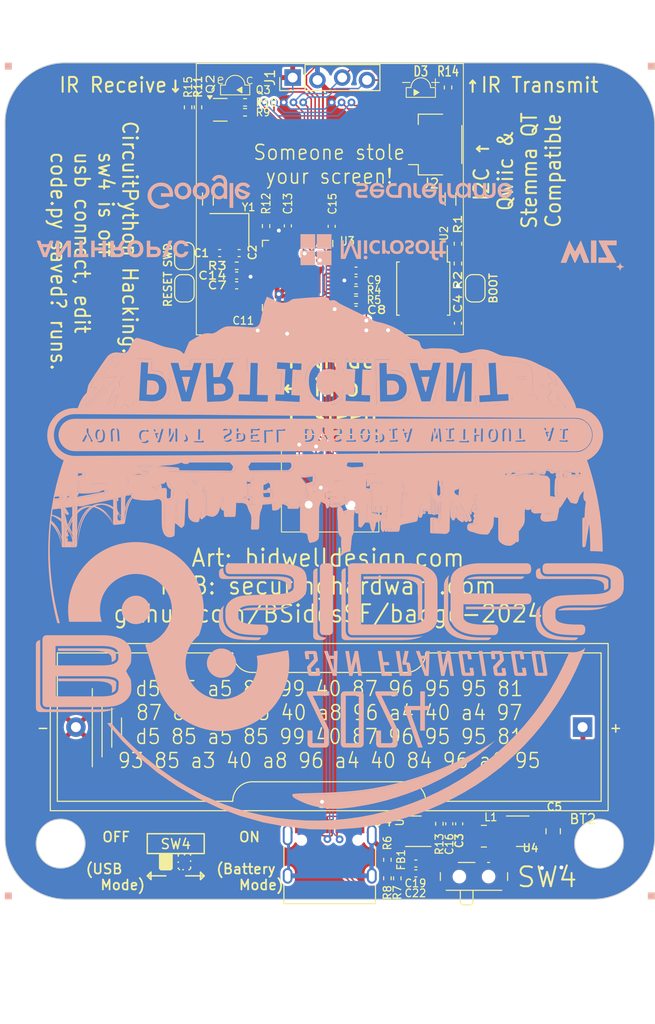
<source format=kicad_pcb>
(kicad_pcb (version 20240108) (generator "pcbnew") (generator_version "8.0")
  (title_block (title "BSidesSF 2024 Badge") (date "2024-03-06") (rev "1.0") (comment 1 "Joe FitzPatrick") (comment 2 "joefitz@securinghw.com"))
  (layers (0 "F.Cu" signal) (31 "B.Cu" signal) (34 "B.Paste" user) (35 "F.Paste" user) (36 "B.SilkS" user "B.Silkscreen") (37 "F.SilkS" user "F.Silkscreen") (38 "B.Mask" user) (39 "F.Mask" user) (44 "Edge.Cuts" user))
  (net 0 "")
  (net 1 "GND")
  (net 2 "Net-(C1-Pad1)")
  (net 3 "/XIN")
  (net 4 "+3V3")
  (net 5 "+1V1")
  (net 6 "/VBUS")
  (net 7 "/GPIO0{slash}TX")
  (net 8 "/GPIO1{slash}RX")
  (net 9 "/SHIELD")
  (net 10 "/~{USB_BOOT}")
  (net 11 "Net-(J4-CC1)")
  (net 12 "/USB_D-")
  (net 13 "/USB_D+")
  (net 15 "Net-(J4-CC2)")
  (net 17 "Net-(U4-SW)")
  (net 18 "/QSPI_SS")
  (net 19 "/XOUT")
  (net 20 "Net-(U3-USB_DP)")
  (net 21 "Net-(U3-USB_DM)")
  (net 22 "/GPIO2{slash}SD")
  (net 23 "/GPIO3{slash}L")
  (net 24 "/GPIO28_ADC2{slash}D")
  (net 25 "/GPIO4{slash}R")
  (net 26 "/GPIO29_ADC3{slash}X")
  (net 27 "/QSPI_SD1")
  (net 28 "/QSPI_SD2")
  (net 29 "/QSPI_SD0")
  (net 30 "/QSPI_SCLK")
  (net 31 "/QSPI_SD3")
  (net 32 "/GPIO5")
  (net 33 "/GPIO6{slash}SDA")
  (net 34 "/GPIO7{slash}SCL")
  (net 35 "/GPIO8")
  (net 36 "+VSW")
  (net 37 "/GPIO13")
  (net 38 "/GPIO14")
  (net 39 "/GPIO15")
  (net 40 "/SWCLK")
  (net 41 "/SWD")
  (net 42 "/RUN")
  (net 43 "/GPIO16")
  (net 44 "/GPIO17")
  (net 45 "/GPIO18")
  (net 46 "/GPIO19")
  (net 47 "/GPIO20")
  (net 48 "/GPIO21")
  (net 49 "/GPIO22")
  (net 50 "/GPIO23")
  (net 51 "/GPIO24")
  (net 52 "/GPIO25")
  (net 53 "/VUSB")
  (net 54 "/GPIO27_ADC1{slash}U")
  (net 55 "Net-(Q2A-B1)")
  (net 57 "Net-(D1-DIN)")
  (net 58 "Net-(Q2A-C1)")
  (net 59 "Net-(D3-A)")
  (net 60 "/GPIO26_ADC0{slash}USB_DET")
  (net 61 "/GPIO11{slash}NEO_PWR")
  (net 62 "/GPIO12{slash}NEOPIX")
  (net 63 "/VBATT")
  (net 64 "/VREG")
  (net 65 "Net-(D1-DOUT)")
  (footprint "ir:IR12-21C-TR8" (layer "F.Cu") (at 68.072 28.448)
    (property "Reference" "D3")
    (property "Value" "IR12-21C/TR8" (hide yes))
  )
  (footprint "dpad:10x10x10x9-6P-WX" (layer "F.Cu") (at 58.77 68.48)
    (property "Reference" "SW1")
    (property "Value" "dpad")
  )
  (footprint "Capacitor_SMD:C_0402_1005Metric" (layer "F.Cu") (at 47.43 44.906 180)
    (property "Reference" "C1")
    (property "Value" "22p" (hide yes))
  )
  (footprint "Resistor_SMD:R_0402_1005Metric" (layer "F.Cu") (at 65.659 108.966 -90)
    (property "Reference" "R7")
    (property "Value" "5k1" (hide yes))
  )
  (footprint "Capacitor_SMD:C_0402_1005Metric" (layer "F.Cu") (at 52.197 51.816 180)
    (property "Reference" "C11")
    (property "Value" "100n" (hide yes))
  )
  (footprint "Resistor_SMD:R_0402_1005Metric" (layer "F.Cu") (at 71.882 45.974 90)
    (property "Reference" "R2")
    (property "Value" "DNP" (hide yes))
  )
  (footprint "Inductor_SMD:L_0402_1005Metric" (layer "F.Cu") (at 67.564 106.426 180)
    (property "Reference" "FB1")
    (property "Value" "600R" (hide yes))
  )
  (footprint "Battery:BatteryHolder_Keystone_2460_1xAA" (layer "F.Cu") (at 84.674 93.472 180)
    (property "Reference" "BT2")
    (property "Value" "AA")
  )
  (footprint "Resistor_SMD:R_0402_1005Metric" (layer "F.Cu") (at 44.196 29.972 -90)
    (property "Reference" "R15")
    (property "Value" "DNP" (hide yes))
  )
  (footprint "logos:OSHW-Logo2_14.6x12mm_SolderMask" (layer "F.Cu") (at 79.248 66.04)
    (property "Reference" "OSHW" (hide yes))
    (property "Value" "OSHW-Logo2_14.6x12mm_SolderMask" (hide yes))
  )
  (footprint "Connector_JST:JST_SH_SM04B-SRSS-TB_1x04-1MP_P1.00mm_Horizontal" (layer "F.Cu") (at 69.596 33.782 90)
    (property "Reference" "J2")
    (property "Value" "qwiic" (hide yes))
  )
  (footprint "ws2812b:LED_WS2812B_PLCC4_1.0x1.0mm" (layer "F.Cu") (at 46.228 39.37 -90)
    (property "Reference" "D1" (hide yes))
    (property "Value" "WS2812B" (hide yes))
  )
  (footprint "Resistor_SMD:R_0402_1005Metric" (layer "F.Cu") (at 61.43 48.706)
    (property "Reference" "R4")
    (property "Value" "27" (hide yes))
  )
  (footprint "Resistor_SMD:R_0402_1005Metric" (layer "F.Cu") (at 64.643 107.061 90)
    (property "Reference" "R6")
    (property "Value" "1M" (hide yes))
  )
  (footprint "Resistor_SMD:R_0402_1005Metric" (layer "F.Cu") (at 71.882 43.942 90)
    (property "Reference" "R1")
    (property "Value" "1k" (hide yes))
  )
  (footprint "Resistor_SMD:R_0402_1005Metric" (layer "F.Cu") (at 49.18 46.206 180)
    (property "Reference" "R3")
    (property "Value" "1k" (hide yes))
  )
  (footprint "Resistor_SMD:R_0402_1005Metric" (layer "F.Cu") (at 61.43 49.706 180)
    (property "Reference" "R5")
    (property "Value" "27" (hide yes))
  )
  (footprint "Capacitor_SMD:C_0402_1005Metric" (layer "F.Cu") (at 72.009 103.378 90)
    (property "Reference" "C3")
    (property "Value" "10u" (hide yes))
  )
  (footprint "Capacitor_SMD:C_0402_1005Metric" (layer "F.Cu") (at 67.564 107.442 180)
    (property "Reference" "C19")
    (property "Value" "100n" (hide yes))
  )
  (footprint "Resistor_SMD:R_0402_1005Metric" (layer "F.Cu") (at 50.038 29.464 180)
    (property "Reference" "R10")
    (property "Value" "200k" (hide yes))
  )
  (footprint "Package_TO_SOT_SMD:SOT-363_SC-70-6" (layer "F.Cu") (at 47.498 30.226)
    (property "Reference" "Q2")
    (property "Value" "BC847BS" (hide yes))
  )
  (footprint "Resistor_SMD:R_0402_1005Metric" (layer "F.Cu") (at 45.212 29.972 -90)
    (property "Reference" "R11")
    (property "Value" "1k" (hide yes))
  )
  (footprint "Button_Switch_SMD:SW_SPDT_PCM12" (layer "F.Cu") (at 73.5275 108.458)
    (property "Reference" "SW4")
    (property "Value" "SW_SPDT" (hide yes))
  )
  (footprint "Jumper:SolderJumper-2_P1.3mm_Open_RoundedPad1.0x1.5mm" (layer "F.Cu") (at 43.815 45.212 90)
    (property "Reference" "J3" (hide yes))
    (property "Value" "SWD")
  )
  (footprint "Package_DFN_QFN:QFN-56-1EP_7x7mm_P0.4mm_EP3.2x3.2mm" (layer "F.Cu") (at 55.43 47.206 -90)
    (property "Reference" "U3")
    (property "Value" "RP2040" (hide yes))
  )
  (footprint "ir:PT12-21B-TR8" (layer "F.Cu") (at 49.022 28.194)
    (property "Reference" "Q3")
    (property "Value" "PT12-21B/TR8" (hide yes))
  )
  (footprint "ws2812b:LED_WS2812B_PLCC4_1.0x1.0mm" (layer "F.Cu") (at 71.12 39.37 90)
    (property "Reference" "D2" (hide yes))
    (property "Value" "WS2812B" (hide yes))
  )
  (footprint "Capacitor_SMD:C_0402_1005Metric" (layer "F.Cu") (at 49.18 47.206 180)
    (property "Reference" "C14")
    (property "Value" "100n" (hide yes))
  )
  (footprint "Capacitor_SMD:C_0402_1005Metric" (layer "F.Cu") (at 61.43 47.706)
    (property "Reference" "C9")
    (property "Value" "100n" (hide yes))
  )
  (footprint "Capacitor_SMD:C_0402_1005Metric" (layer "F.Cu") (at 70.993 103.378 90)
    (property "Reference" "C16")
    (property "Value" "10u" (hide yes))
  )
  (footprint "usbc:USB_C_Receptacle_HRO_TYPE-C-31-M-12" (layer "F.Cu") (at 58.725 107.662)
    (property "Reference" "J4")
    (property "Value" "USB_C_Receptacle_USB2.0" (hide yes))
  )
  (footprint "Capacitor_SMD:C_0402_1005Metric" (layer "F.Cu") (at 49.43 44.906 180)
    (property "Reference" "C2")
    (property "Value" "22p" (hide yes))
  )
  (footprint "Resistor_SMD:R_0402_1005Metric" (layer "F.Cu") (at 52.197 42.1386 90)
    (property "Reference" "R12")
    (property "Value" "220" (hide yes))
  )
  (footprint "Resistor_SMD:R_0402_1005Metric" (layer "F.Cu") (at 64.643 108.964 90)
    (property "Reference" "R8")
    (property "Value" "5k1" (hide yes))
  )
  (footprint "Crystal:Crystal_SMD_3225-4Pin_3.2x2.5mm" (layer "F.Cu") (at 48.43 42.506 180)
    (property "Reference" "Y1")
    (property "Value" "YSX321SL" (hide yes))
  )
  (footprint "Connector_PinHeader_2.54mm:PinHeader_1x04_P2.54mm_Vertical" (layer "F.Cu") (at 58.7375 26.924)
    (property "Reference" "J1")
    (property "Value" "OLED")
  )
  (footprint "logos:SH-logo-mask" (layer "F.Cu") (at 30.804761 60.137589)
    (property "Reference" "SH-Logo" (hide yes))
    (property "Value" "SH-logo-mask")
  )
  (footprint "Package_TO_SOT_SMD:SOT-23" (layer "F.Cu") (at 78.529 104.14)
    (property "Reference" "U4")
    (property "Value" "XT1861B332MR-G" (hide yes))
  )
  (footprint "Package_TO_SOT_SMD:SOT-23-3" (layer "F.Cu") (at 67.31 104.14 180)
    (property "Reference" "U1")
    (property "Value" "HE6206-33NR" (hide yes))
  )
  (footprint "Capacitor_SMD:C_0402_1005Metric" (layer "F.Cu") (at 59.3 52.29 -90)
    (property "Reference" "C10")
    (property "Value" "10u" (hide yes))
  )
  (footprint "Capacitor_SMD:C_0402_1005Metric" (layer "F.Cu") (at 71.882 52.098 90)
    (property "Reference" "C4")
    (property "Value" "100n" (hide yes))
  )
  (footprint "Capacitor_SMD:C_0402_1005Metric" (layer "F.Cu") (at 54.4322 42.1158 90)
    (property "Reference" "C13")
    (property "Value" "100n" (hide yes))
  )
  (footprint "Capacitor_SMD:C_0402_1005Metric" (layer "F.Cu") (at 67.564 108.458 180)
    (property "Reference" "C22")
    (property "Value" "10u" (hide yes))
  )
  (footprint "Jumper:SolderJumper-2_P1.3mm_Open_RoundedPad1.0x1.5mm" (layer "F.Cu") (at 73.66 48.514 -90)
    (property "Reference" "SW2" (hide yes))
    (property "Value" "USB_BOOT" (hide yes))
  )
  (footprint "Resistor_SMD:R_0402_1005Metric" (layer "F.Cu") (at 69.977 103.378 -90)
    (property "Reference" "R13")
    (property "Value" "1k")
  )
  (footprint "Capacitor_SMD:C_0402_1005Metric" (layer "F.Cu") (at 49.18 48.206 180)
    (property "Reference" "C7")
    (property "Value" "100n" (hide yes))
  )
  (footprint "Package_SO:SOIC-8_5.23x5.23mm_P1.27mm" (layer "F.Cu") (at 68.326 48.542 -90)
    (property "Reference" "U2")
    (property "Value" "W25Q128JVS" (hide yes))
  )
  (footprint "Jumper:SolderJumper-2_P1.3mm_Open_RoundedPad1.0x1.5mm" (layer "F.Cu") (at 43.815 48.514 -90)
    (property "Reference" "SW3" (hide yes))
    (property "Value" "RESET")
  )
  (footprint "Capacitor_SMD:C_0805_2012Metric" (layer "F.Cu") (at 81.6555 104.14 90)
    (property "Reference" "C5")
    (property "Value" "47u" (hide yes))
  )
  (footprint "Capacitor_SMD:C_0402_1005Metric" (layer "F.Cu") (at 58.3 52.3 -90)
    (property "Reference" "C12")
    (property "Value" "100n" (hide yes))
  )
  (footprint "Resistor_SMD:R_0402_1005Metric" (layer "F.Cu") (at 50.038 30.48 180)
    (property "Reference" "R9")
    (property "Value" "200k" (hide yes))
  )
  (footprint "Inductor_SMD:L_1008_2520Metric" (layer "F.Cu") (at 74.5435 104.648)
    (property "Reference" "L1")
    (property "Value" "10u" (hide yes))
  )
  (footprint "Capacitor_SMD:C_0402_1005Metric" (layer "F.Cu") (at 61.43 46.706)
    (property "Reference" "C6" (hide yes))
    (property "Value" "100n" (hide yes))
  )
  (footprint "Capacitor_SMD:C_0402_1005Metric" (layer "F.Cu") (at 61.43 50.706)
    (property "Reference" "C8")
    (property "Value" "10u" (hide yes))
  )
  (footprint "Resistor_SMD:R_0402_1005Metric" (layer "F.Cu") (at 70.866 27.94 -90)
    (property "Reference" "R14")
    (property "Value" "220" (hide yes))
  )
  (footprint "Capacitor_SMD:C_0402_1005Metric" (layer "F.Cu") (at 58.928 42.164 90)
    (property "Reference" "C15")
    (property "Value" "100n" (hide yes))
  )
  (footprint "bsidessf:black-silk" (layer "B.Cu") (at 25.4 111.125)
    (property "Reference" "black-silk" (hide yes))
    (property "Value" "black-silk" (hide yes))
  )
  (footprint "bsidessf:red-silk" (layer "B.Cu") (at 25.4 111.125)
    (property "Reference" "red-silk" (hide yes))
    (property "Value" "red-silk" (hide yes))
  )
  (gr_line (start 40.005 108.712) (end 40.386 109.093) (stroke (width 0.15)) (layer "F.SilkS"))
  (gr_poly (pts (xy 44.45 106.553) (xy 44.45 107.95) (xy 44.323 108.077) (xy 43.307 108.077) (xy 43.18 107.95) (xy 43.18 106.553)) (stroke (width 0.15) (type dot)) (fill none) (layer "F.SilkS"))
  (gr_line (start 40.386 108.331) (end 40.005 108.712) (stroke (width 0.15)) (layer "F.SilkS"))
  (gr_line (start 45.847 108.712) (end 45.466 108.331) (stroke (width 0.15)) (layer "F.SilkS"))
  (gr_rect (start 40.005 104.394) (end 45.847 106.426) (stroke (width 0.15)) (fill none) (layer "F.SilkS"))
  (gr_line (start 43.942 108.712) (end 45.847 108.712) (stroke (width 0.15)) (layer "F.SilkS"))
  (gr_line (start 45.466 109.093) (end 45.847 108.712) (stroke (width 0.15)) (layer "F.SilkS"))
  (gr_line (start 41.91 108.712) (end 40.005 108.712) (stroke (width 0.15)) (layer "F.SilkS"))
  (gr_line (start 40.386 109.093) (end 40.386 108.331) (stroke (width 0.15)) (layer "F.SilkS"))
  (gr_poly (pts (xy 42.545 106.553) (xy 42.545 107.95) (xy 42.418 108.077) (xy 41.402 108.077) (xy 41.275 107.95) (xy 41.275 106.553)) (stroke (width 0.15)) (fill solid) (layer "F.SilkS"))
  (gr_line (start 45.466 108.331) (end 45.466 109.093) (stroke (width 0.15)) (layer "F.SilkS"))
  (gr_line (start 40.005 108.712) (end 40.386 108.331) (stroke (width 0.15)) (layer "F.SilkS"))
  (gr_line (start 45.847 108.712) (end 45.466 109.093) (stroke (width 0.15)) (layer "F.SilkS"))
  (gr_line (start 85.725 25.4) (end 31.75 25.4) (stroke (width 0.1)) (layer "Edge.Cuts"))
  (gr_line (start 31.75 111.125) (end 85.725 111.125) (stroke (width 0.1)) (layer "Edge.Cuts"))
  (gr_arc (start 31.75 111.125) (mid 27.259872 109.265128) (end 25.4 104.775) (stroke (width 0.1)) (layer "Edge.Cuts"))
  (gr_circle (center 31.115 105.41) (end 33.6169 105.41) (stroke (width 0.1)) (fill none) (layer "Edge.Cuts"))
  (gr_line (start 92.075 104.775) (end 92.075 31.75) (stroke (width 0.1)) (layer "Edge.Cuts"))
  (gr_arc (start 92.075 104.775) (mid 90.215128 109.265128) (end 85.725 111.125) (stroke (width 0.1)) (layer "Edge.Cuts"))
  (gr_circle (center 86.36 105.41) (end 88.8619 105.41) (stroke (width 0.1)) (fill none) (layer "Edge.Cuts"))
  (gr_arc (start 25.4 31.75) (mid 27.205788 27.205788) (end 31.75 25.4) (stroke (width 0.1)) (layer "Edge.Cuts"))
  (gr_arc (start 85.725 25.4) (mid 90.215128 27.259872) (end 92.075 31.75) (stroke (width 0.1)) (layer "Edge.Cuts"))
  (gr_line (start 25.4 31.75) (end 25.4 104.775) (stroke (width 0.1)) (layer "Edge.Cuts"))
  (gr_text "IR Receive↓ " (at 44.958 27.686 0) (layer "F.SilkS") (effects (font (size 1.524 1.397) (thickness 0.2032)) (justify right)))
  (gr_text "d5 85 a5 85 99 40 87 96 95 95 81\n87 89 a5 85 40 a8 96 a4 40 a4 97\nd5 85 a5 85 99 40 87 96 95 95 81\n93 85 a3 40 a8 96 a4 40 84 96 a6 95" (at 58.674 93.218 0) (layer "F.SilkS") (effects (font (size 1.524 1.397) (thickness 0.1524))))
  (gr_text "CircuitPython Hacking:\n   sw4 is off \n   usb connect, edit \n   code.py saved? runs." (at 34.544 31.242 270) (layer "F.SilkS") (effects (font (size 1.524 1.397) (thickness 0.2032)) (justify left)))
  (gr_text "Someone stole\nyour screen!" (at 58.674 35.814 0) (layer "F.SilkS") (effects (font (size 1.524 1.397) (thickness 0.1524))))
  (gr_text "SW4" (at 41.275 106.045 0) (layer "F.SilkS") (effects (font (size 1.016 1.016) (thickness 0.1524)) (justify left bottom)))
  (gr_text "↑IR Transmit" (at 72.39 27.686 0) (layer "F.SilkS") (effects (font (size 1.524 1.397) (thickness 0.2032)) (justify left)))
  (gr_text "BOOT" (at 75.51 48.52 90) (layer "F.SilkS") (effects (font (size 0.8 0.8))))
  (gr_text "I2C ↑\nQwiic &\nStemma QT\nCompatible" (at 77.978 36.449 90) (layer "F.SilkS") (effects (font (size 1.524 1.397) (thickness 0.2032))))
  (gr_text "Art: bidwelldesign.com\nPCB: securinghardware.com\ngithub.com/BSidesSF/badge-2024\n" (at 58.547 78.994 0) (layer "F.SilkS") (effects (font (size 1.778 1.651) (thickness 0.2032))))
  (gr_text "OFF  \n\n(USB   \n  Mode)" (at 39.878 104.14 0) (layer "F.SilkS") (effects (font (size 1.016 1.016) (thickness 0.1778) (bold yes)) (justify right top)))
  (gr_text "↑ trade\n↔ info\n↓ sleep" (at 53.594 58.674 0) (layer "F.SilkS") (effects (font (size 1.778 1.651) (thickness 0.254)) (justify left)))
  (gr_text "   ON\n\n(Battery\n   Mode)" (at 46.99 104.14 0) (layer "F.SilkS") (effects (font (size 1.016 1.016) (thickness 0.1778) (bold yes)) (justify left top)))
  (segment (start 51.493994 46.206) (end 50.193994 44.906) (width 0.15) (layer "F.Cu") (net 1))
  (segment (start 55.43 47.206) (end 54.18 48.456) (width 0.5) (layer "F.Cu") (net 1))
  (segment (start 52.491006 46.206) (end 53.491006 47.206) (width 0.15) (layer "F.Cu") (net 1))
  (segment (start 53.491006 47.206) (end 55.43 47.206) (width 0.15) (layer "F.Cu") (net 1))
  (segment (start 54.5846 46.3606) (end 55.43 47.206) (width 0.5) (layer "F.Cu") (net 1))
  (segment (start 55.78 32.70642) (end 55.78 40.288) (width 0.15) (layer "F.Cu") (net 1))
  (segment (start 51.9925 46.206) (end 51.493994 46.206) (width 0.15) (layer "F.Cu") (net 1))
  (segment (start 50.189999 44.906) (end 49.91 44.906) (width 0.2) (layer "F.Cu") (net 1))
  (segment (start 51.9925 46.206) (end 52.491006 46.206) (width 0.15) (layer "F.Cu") (net 1))
  (segment (start 55.43 47.206) (end 53.536 49.1) (width 0.5) (layer "F.Cu") (net 1))
  (segment (start 53.536 49.1) (end 53.5 49.1) (width 0.5) (layer "F.Cu") (net 1))
  (segment (start 55.78 40.288) (end 54.4322 41.6358) (width 0.15) (layer "F.Cu") (net 1))
  (segment (start 55.43 47.206) (end 56.68 47.206) (width 0.5) (layer "F.Cu") (net 1))
  (segment (start 54.007259 30.933679) (end 55.78 32.70642) (width 0.15) (layer "F.Cu") (net 1))
  (segment (start 54.007259 29.464) (end 54.007259 30.933679) (width 0.15) (layer "F.Cu") (net 1))
  (segment (start 50.193994 44.906) (end 49.91 44.906) (width 0.15) (layer "F.Cu") (net 1))
  (via (at 58.928 29.464) (size 0.8) (drill 0.4) (layers "F.Cu" "B.Cu") (net 1))
  (via (at 54.356 53.1622) (size 0.8) (drill 0.4) (layers "F.Cu" "B.Cu") (net 1))
  (via (at 53.5 49.1) (size 0.8) (drill 0.4) (layers "F.Cu" "B.Cu") (net 1))
  (via (at 54.007259 29.464) (size 0.8) (drill 0.4) (layers "F.Cu" "B.Cu") (net 1))
  (segment (start 53.7464 51.2064) (end 53.5 50.96) (width 0.5) (layer "B.Cu") (net 1))
  (segment (start 58.2468 30.1452) (end 54.688459 30.1452) (width 0.15) (layer "B.Cu") (net 1))
  (segment (start 54.688459 30.1452) (end 54.007259 29.464) (width 0.15) (layer "B.Cu") (net 1))
  (segment (start 53.7464 52.5526) (end 53.7464 51.2064) (width 0.5) (layer "B.Cu") (net 1))
  (segment (start 54.007259 29.464) (end 54.9275 28.543759) (width 0.15) (layer "B.Cu") (net 1))
  (segment (start 58.928 29.464) (end 58.2468 30.1452) (width 0.15) (layer "B.Cu") (net 1))
  (segment (start 54.9275 28.543759) (end 54.9275 26.924) (width 0.15) (layer "B.Cu") (net 1))
  (segment (start 54.356 53.1622) (end 53.7464 52.5526) (width 0.5) (layer "B.Cu") (net 1))
  (segment (start 53.5 50.96) (end 53.5 49.1) (width 0.5) (layer "B.Cu") (net 1))
  (segment (start 47.91 43.936) (end 47.33 43.356) (width 0.2) (layer "F.Cu") (net 2))
  (segment (start 47.91 45.446) (end 48.67 46.206) (width 0.2) (layer "F.Cu") (net 2))
  (segment (start 47.91 44.906) (end 47.91 43.936) (width 0.2) (layer "F.Cu") (net 2))
  (segment (start 47.91 44.906) (end 47.91 45.446) (width 0.2) (layer "F.Cu") (net 2))
  (segment (start 48.53 42.556) (end 49.43 41.656) (width 0.2) (layer "F.Cu") (net 3))
  (segment (start 49.43 41.656) (end 49.53 41.656) (width 0.2) (layer "F.Cu") (net 3))
  (segment (start 49.613704 45.569704) (end 50.362724 45.569704) (width 0.15) (layer "F.Cu") (net 3))
  (segment (start 48.95 44.906) (end 49.613704 45.569704) (width 0.15) (layer "F.Cu") (net 3))
  (segment (start 51.39902 46.606) (end 51.9925 46.606) (width 0.15) (layer "F.Cu") (net 3))
  (segment (start 50.362724 45.569704) (end 51.39902 46.606) (width 0.15) (layer "F.Cu") (net 3))
  (segment (start 48.53 44.486) (end 48.53 42.556) (width 0.2) (layer "F.Cu") (net 3))
  (segment (start 48.95 44.906) (end 48.53 44.486) (width 0.2) (layer "F.Cu") (net 3))
  (segment (start 64.7192 52.8066) (end 64.7192 53.082832) (width 0.5) (layer "F.Cu") (net 4))
  (segment (start 57.4675 27.178) (end 58.03 27.7405) (width 0.2) (layer "F.Cu") (net 4))
  (segment (start 58.8675 50.611) (end 58.8675 49.556) (width 0.5) (layer "F.Cu") (net 4))
  (segment (start 59.93 47.406) (end 60.23 47.706) (width 0.2) (layer "F.Cu") (net 4))
  (segment (start 58.8675 47.806) (end 60.13 47.806) (width 0.2) (layer "F.Cu") (net 4))
  (segment (start 54.43 50.10964) (end 54.73364 49.806) (width 0.2) (layer "F.Cu") (net 4))
  (segment (start 60.13 47.806) (end 60.23 47.706) (width 0.2) (layer "F.Cu") (net 4))
  (segment (start 51.849266 52.832) (end 52.677 52.004266) (width 0.5) (layer "F.Cu") (net 4))
  (segment (start 58.18 50.611) (end 58.8675 50.611) (width 0.5) (layer "F.Cu") (net 4))
  (segment (start 58.03 50.6435) (end 58.03 49.806) (width 0.2) (layer "F.Cu") (net 4))
  (segment (start 66.021 33.334684) (end 66.021 30.297945) (width 0.5) (layer "F.Cu") (net 4))
  (segment (start 50.686521 47.406) (end 50.605206 47.324685) (width 0.2) (layer "F.Cu") (net 4))
  (segment (start 70.231 52.524684) (end 70.231 52.142) (width 0.5) (layer "F.Cu") (net 4))
  (segment (start 58.03 49.806) (end 58.8675 49.806) (width 0.2) (layer "F.Cu") (net 4))
  (segment (start 58.8675 49.406) (end 58.8675 49.806) (width 0.2) (layer "F.Cu") (net 4))
  (segment (start 58.3 51.82) (end 58.3 50.7635) (width 0.5) (layer "F.Cu") (net 4))
  (segment (start 54.22636 51.381) (end 53.112 51.381) (width 0.2) (layer "F.Cu") (net 4))
  (segment (start 58.928 42.644) (end 58.928 42.8705) (width 0.15) (layer "F.Cu") (net 4))
  (segment (start 70.667 52.578) (end 70.231 52.142) (width 0.5) (layer "F.Cu") (net 4))
  (segment (start 54.43 51.17736) (end 54.22636 51.381) (width 0.2) (layer "F.Cu") (net 4))
  (segment (start 71.9 46.502) (end 71.882 46.484) (width 0.5) (layer "F.Cu") (net 4))
  (segment (start 66.968316 34.282) (end 66.021 33.334684) (width 0.5) (layer "F.Cu") (net 4))
  (segment (start 53.112 51.381) (end 52.677 51.816) (width 0.2) (layer "F.Cu") (net 4))
  (segment (start 51.3334 52.832) (end 51.849266 52.832) (width 0.5) (layer "F.Cu") (net 4))
  (segment (start 58.928 42.8705) (end 58.03 43.7685) (width 0.15) (layer "F.Cu") (net 4))
  (segment (start 60.23 47.706) (end 60.95 47.706) (width 0.2) (layer "F.Cu") (net 4))
  (segment (start 68.663684 54.092) (end 70.231 52.524684) (width 0.5) (layer "F.Cu") (net 4))
  (segment (start 60.708422 28.478) (end 60.500622 28.2702) (width 0.5) (layer "F.Cu") (net 4))
  (segment (start 54.43 50.6435) (end 54.43 51.17736) (width 0.2) (layer "F.Cu") (net 4))
  (segment (start 58.3 50.7635) (end 58.18 50.6435) (width 0.5) (layer "F.Cu") (net 4))
  (segment (start 51.9925 47.406) (end 50.686521 47.406) (width 0.2) (layer "F.Cu") (net 4))
  (segment (start 58.8675 47.406) (end 59.93 47.406) (width 0.2) (layer "F.Cu") (net 4))
  (segment (start 64.7192 53.082832) (end 65.728368 54.092) (width 0.5) (layer "F.Cu") (net 4))
  (segment (start 58.5597 28.2702) (end 57.4675 27.178) (width 0.5) (layer "F.Cu") (net 4))
  (segment (start 67.596 34.282) (end 66.968316 34.282) (width 0.5) (layer "F.Cu") (net 4))
  (segment (start 58.03 27.7405) (end 58.03 43.7685) (width 0.2) (layer "F.Cu") (net 4))
  (segment (start 71.882 46.484) (end 71.882 48.26) (width 0.5) (layer "F.Cu") (net 4))
  (segment (start 58.18 50.611) (end 58.18 50.6435) (width 0.5) (layer "F.Cu") (net 4))
  (segment (start 50.486521 47.206) (end 50.605206 47.324685) (width 0.5) (layer "F.Cu") (net 4))
  (segment (start 64.201055 28.478) (end 60.708422 28.478) (width 0.5) (layer "F.Cu") (net 4))
  (segment (start 71.882 52.578) (end 70.667 52.578) (width 0.5) (layer "F.Cu") (net 4))
  (segment (start 60.500622 28.2702) (end 58.5597 28.2702) (width 0.5) (layer "F.Cu") (net 4))
  (segment (start 52.677 52.004266) (end 52.677 51.816) (width 0.5) (layer "F.Cu") (net 4))
  (segment (start 54.43 50.6435) (end 54.43 50.10964) (width 0.2) (layer "F.Cu") (net 4))
  (segment (start 54.43 42.598) (end 54.43 43.7685) (width 0.2) (layer "F.Cu") (net 4))
  (segment (start 54.4322 42.5958) (end 54.43 42.598) (width 0.2) (layer "F.Cu") (net 4))
  (segment (start 65.728368 54.092) (end 68.663684 54.092) (width 0.5) (layer "F.Cu") (net 4))
  (segment (start 66.021 30.297945) (end 64.201055 28.478) (width 0.5) (layer "F.Cu") (net 4))
  (segment (start 54.73364 49.806) (end 58.03 49.806) (width 0.2) (layer "F.Cu") (net 4))
  (segment (start 49.66 47.206) (end 50.486521 47.206) (width 0.5) (layer "F.Cu") (net 4))
  (segment (start 54.4322 42.5958) (end 53.505 42.5958) (width 0.2) (layer "F.Cu") (net 4))
  (via (at 64.7192 52.8066) (size 0.8) (drill 0.4) (layers "F.Cu" "B.Cu") (net 4))
  (via (at 59.2328 50.6476) (size 0.8) (drill 0.4) (layers "F.Cu" "B.Cu") (net 4))
  (via (at 51.3334 52.832) (size 0.8) (drill 0.4) (layers "F.Cu" "B.Cu") (net 4))
  (via (at 82.5 107.85) (size 0.8) (drill 0.4) (layers "F.Cu" "B.Cu") (net 4))
  (via (at 60.23 47.706) (size 0.8) (drill 0.4) (layers "F.Cu" "B.Cu") (net 4))
  (via (at 80.5 107.9) (size 0.8) (drill 0.4) (layers "F.Cu" "B.Cu") (net 4))
  (via (at 53.505 42.5958) (size 0.8) (drill 0.4) (layers "F.Cu" "B.Cu") (net 4))
  (via (at 50.605206 47.324685) (size 0.8) (drill 0.4) (layers "F.Cu" "B.Cu") (net 4))
  (via (at 71.882 48.26) (size 0.8) (drill 0.4) (layers "F.Cu" "B.Cu") (net 4))
  (segment (start 52.73 48.00964) (end 52.73 49.83) (width 0.2) (layer "F.Cu") (net 5))
  (segment (start 58.13 47.211025) (end 58.13 48.800975) (width 0.2) (layer "F.Cu") (net 5))
  (segment (start 57.935025 49.406) (end 58.335025 49.006) (width 0.2) (layer "F.Cu") (net 5))
  (segment (start 52.73 49.83) (end 52.806 49.906) (width 0.2) (layer "F.Cu") (net 5))
  (segment (start 51.9925 47.806) (end 52.52636 47.806) (width 0.2) (layer "F.Cu") (net 5))
  (segment (start 58.335025 47.006) (end 58.13 47.211025) (width 0.2) (layer "F.Cu") (net 5))
  (segment (start 54.067954 49.906) (end 54.567955 49.406) (width 0.2) (layer "F.Cu") (net 5))
  (segment (start 54.567955 49.406) (end 57.935025 49.406) (width 0.2) (layer "F.Cu") (net 5))
  (segment (start 50.771661 48.206) (end 49.66 48.206) (width 0.2) (layer "F.Cu") (net 5))
  (segment (start 52.52636 47.806) (end 52.73 48.00964) (width 0.2) (layer "F.Cu") (net 5))
  (segment (start 52.806 49.906) (end 54.067954 49.906) (width 0.2) (layer "F.Cu") (net 5))
  (segment (start 51.9925 47.806) (end 51.171661 47.806) (width 0.2) (layer "F.Cu") (net 5))
  (segment (start 60.35 49.956025) (end 60.35 50.106) (width 0.2) (layer "F.Cu") (net 5))
  (segment (start 58.8675 47.006) (end 60.65 47.006) (width 0.2) (layer "F.Cu") (net 5))
  (segment (start 59.399975 49.006) (end 60.35 49.956025) (width 0.2) (layer "F.Cu") (net 5))
  (segment (start 58.8675 49.006) (end 59.399975 49.006) (width 0.2) (layer "F.Cu") (net 5))
  (segment (start 58.335025 49.006) (end 58.8675 49.006) (width 0.2) (layer "F.Cu") (net 5))
  (segment (start 58.8675 47.006) (end 58.335025 47.006) (width 0.2) (layer "F.Cu") (net 5))
  (segment (start 51.171661 47.806) (end 50.771661 48.206) (width 0.2) (layer "F.Cu") (net 5))
  (segment (start 60.65 47.006) (end 60.95 46.706) (width 0.2) (layer "F.Cu") (net 5))
  (segment (start 58.13 48.800975) (end 58.335025 49.006) (width 0.2) (layer "F.Cu") (net 5))
  (segment (start 60.35 50.106) (end 60.95 50.706) (width 0.2) (layer "F.Cu") (net 5))
  (segment (start 65.06 103.287) (end 65.06 104.542684) (width 0.5) (layer "F.Cu") (net 6))
  (segment (start 61.175 103.617) (end 61.175 102.492) (width 0.5) (layer "F.Cu") (net 6))
  (segment (start 65.06 104.542684) (end 66.943316 106.426) (width 0.5) (layer "F.Cu") (net 6))
  (segment (start 56.275 102.392) (end 56.275 103.617) (width 0.5) (layer "F.Cu") (net 6))
  (segment (start 63.5 101.727) (end 65.06 103.287) (width 0.5) (layer "F.Cu") (net 6))
  (segment (start 56.275 103.397) (end 56.475 103.597) (width 0.3) (layer "F.Cu") (net 6))
  (segment (start 61.94 101.727) (end 63.5 101.727) (width 0.5) (layer "F.Cu") (net 6))
  (segment (start 61.075 103.617) (end 61.075 102.442) (width 0.5) (layer "F.Cu") (net 6))
  (segment (start 61.075 102.442) (end 60.725 102.092) (width 0.5) (layer "F.Cu") (net 6))
  (segment (start 66.943316 106.426) (end 66.9465 106.426) (width 0.5) (layer "F.Cu") (net 6))
  (segment (start 61.175 102.492) (end 61.94 101.727) (width 0.5) (layer "F.Cu") (net 6))
  (segment (start 56.575 102.092) (end 56.275 102.392) (width 0.5) (layer "F.Cu") (net 6))
  (segment (start 60.725 102.092) (end 56.575 102.092) (width 0.5) (layer "F.Cu") (net 6))
  (segment (start 56.3425 26.712009) (end 57.351509 25.703) (width 0.15) (layer "F.Cu") (net 7))
  (segment (start 57.351509 25.703) (end 69.139 25.703) (width 0.15) (layer "F.Cu") (net 7))
  (segment (start 69.139 25.703) (end 70.866 27.43) (width 0.15) (layer "F.Cu") (net 7))
  (segment (start 57.63 28.931491) (end 56.3425 27.643991) (width 0.15) (layer "F.Cu") (net 7))
  (segment (start 56.3425 27.643991) (end 56.3425 26.712009) (width 0.15) (layer "F.Cu") (net 7))
  (segment (start 57.63 43.7685) (end 57.63 28.931491) (width 0.15) (layer "F.Cu") (net 7))
  (segment (start 57.23 43.7685) (end 57.23 29.026465) (width 0.15) (layer "F.Cu") (net 8))
  (segment (start 48.044188 29.051) (end 49.115 29.051) (width 0.25) (layer "F.Cu") (net 8))
  (segment (start 56.252535 28.049) (end 51.78039 28.049) (width 0.15) (layer "F.Cu") (net 8))
  (segment (start 51.15039 27.419) (end 49.94761 27.419) (width 0.15) (layer "F.Cu") (net 8))
  (segment (start 49.115 29.051) (end 49.528 29.464) (width 0.25) (layer "F.Cu") (net 8))
  (segment (start 51.78039 28.049) (end 51.15039 27.419) (width 0.15) (layer "F.Cu") (net 8))
  (segment (start 47.426812 30.876) (end 47.798 30.504812) (width 0.25) (layer "F.Cu") (net 8))
  (segment (start 57.23 29.026465) (end 56.252535 28.049) (width 0.15) (layer "F.Cu") (net 8))
  (segment (start 49.528 27.83861) (end 49.528 29.464) (width 0.15) (layer "F.Cu") (net 8))
  (segment (start 47.798 30.504812) (end 47.798 29.297188) (width 0.25) (layer "F.Cu") (net 8))
  (segment (start 46.548 30.876) (end 47.426812 30.876) (width 0.25) (layer "F.Cu") (net 8))
  (segment (start 49.94761 27.419) (end 49.528 27.83861) (width 0.15) (layer "F.Cu") (net 8))
  (segment (start 47.798 29.297188) (end 48.044188 29.051) (width 0.25) (layer "F.Cu") (net 8))
  (segment (start 63.025 104.292) (end 63.045 104.312) (width 0.5) (layer "F.Cu") (net 9))
  (segment (start 63.045 104.532) (end 63.045 104.953) (width 0.5) (layer "F.Cu") (net 9))
  (segment (start 63.045 104.953) (end 64.643 106.551) (width 0.5) (layer "F.Cu") (net 9))
  (segment (start 54.7 104.237) (end 54.405 104.532) (width 0.5) (layer "B.Cu") (net 9))
  (segment (start 63.045 104.532) (end 62.75 104.237) (width 0.5) (layer "B.Cu") (net 9))
  (segment (start 72.477 46.681) (end 73.66 47.864) (width 0.15) (layer "F.Cu") (net 10))
  (segment (start 72.477 44.027) (end 72.477 46.681) (width 0.15) (layer "F.Cu") (net 10))
  (segment (start 71.882 43.432) (end 72.477 44.027) (width 0.15) (layer "F.Cu") (net 10))
  (segment (start 64.998 110.137) (end 65.659 109.476) (width 0.15) (layer "F.Cu") (net 11))
  (segment (start 61.636026 110.137) (end 64.998 110.137) (width 0.15) (layer "F.Cu") (net 11))
  (segment (start 60.125 108.625974) (end 61.636026 110.137) (width 0.15) (layer "F.Cu") (net 11))
  (segment (start 60.125 107.531597) (end 60.125 108.625974) (width 0.15) (layer "F.Cu") (net 11))
  (segment (start 57.475 103.617) (end 57.475 104.881597) (width 0.15) (layer "F.Cu") (net 11))
  (segment (start 57.475 104.881597) (end 60.125 107.531597) (width 0.15) (layer "F.Cu") (net 11))
  (segment (start 58.975 104.542) (end 58.9 104.617) (width 0.15) (layer "F.Cu") (net 12))
  (segment (start 58.05 104.617) (end 57.975 104.542) (width 0.15) (layer "F.Cu") (net 12))
  (segment (start 58.49 104.617) (end 58.05 104.617) (width 0.15) (layer "F.Cu") (net 12))
  (segment (start 58.9 104.617) (end 58.49 104.617) (width 0.15) (layer "F.Cu") (net 12))
  (segment (start 57.975 104.542) (end 57.975 103.617) (width 0.15) (layer "F.Cu") (net 12))
  (segment (start 58.49 104.617) (end 58.49 104.942002) (width 0.15) (layer "F.Cu") (net 12))
  (segment (start 62.484 50.25) (end 61.94 49.706) (width 0.15) (layer "F.Cu") (net 12))
  (segment (start 58.975 103.617) (end 58.975 104.542) (width 0.15) (layer "F.Cu") (net 12))
  (segment (start 62.484 51.816) (end 62.484 50.25) (width 0.15) (layer "F.Cu") (net 12))
  (via (at 62.484 51.816) (size 0.8) (drill 0.4) (layers "F.Cu" "B.Cu") (net 12))
  (via (at 58.49 104.942002) (size 0.8) (drill 0.4) (layers "F.Cu" "B.Cu") (net 12))
  (segment (start 62.484 51.816) (end 59.69 51.816) (width 0.15) (layer "B.Cu") (net 12))
  (segment (start 59.69 51.816) (end 58.7248 52.7812) (width 0.15) (layer "B.Cu") (net 12))
  (segment (start 58.7248 52.7812) (end 58.7248 104.707202) (width 0.15) (layer "B.Cu") (net 12))
  (segment (start 58.7248 104.707202) (end 58.49 104.942002) (width 0.15) (layer "B.Cu") (net 12))
  (segment (start 58.475 102.692) (end 58.55 102.617) (width 0.15) (layer "F.Cu") (net 13))
  (segment (start 58.475 103.617) (end 58.475 102.692) (width 0.15) (layer "F.Cu") (net 13))
  (segment (start 58.55 102.617) (end 59.4 102.617) (width 0.15) (layer "F.Cu") (net 13))
  (segment (start 62.050531 48.816531) (end 61.94 48.706) (width 0.3) (layer "F.Cu") (net 13))
  (segment (start 63.159 52.141003) (end 63.159 49.925) (width 0.15) (layer "F.Cu") (net 13))
  (segment (start 59.475 104.705) (end 59.74 104.97) (width 0.15) (layer "F.Cu") (net 13))
  (segment (start 63.159 49.925) (end 61.94 48.706) (width 0.15) (layer "F.Cu") (net 13))
  (segment (start 59.4 102.617) (end 59.475 102.692) (width 0.15) (layer "F.Cu") (net 13))
  (segment (start 59.475 102.692) (end 59.475 103.617) (width 0.15) (layer "F.Cu") (net 13))
  (segment (start 59.475 103.617) (end 59.475 104.705) (width 0.15) (layer "F.Cu") (net 13))
  (segment (start 62.484 52.816003) (end 63.159 52.141003) (width 0.15) (layer "F.Cu") (net 13))
  (via (at 62.484 52.816003) (size 0.8) (drill 0.4) (layers "F.Cu" "B.Cu") (net 13))
  (via (at 59.74 104.97) (size 0.8) (drill 0.4) (layers "F.Cu" "B.Cu") (net 13))
  (segment (start 59.69 52.832) (end 59.0748 53.4472) (width 0.15) (layer "B.Cu") (net 13))
  (segment (start 62.484 52.816003) (end 62.468003 52.832) (width 0.15) (layer "B.Cu") (net 13))
  (segment (start 62.468003 52.832) (end 59.69 52.832) (width 0.15) (layer "B.Cu") (net 13))
  (segment (start 59.0748 104.3048) (end 59.74 104.97) (width 0.15) (layer "B.Cu") (net 13))
  (segment (start 59.0748 53.4472) (end 59.0748 104.3048) (width 0.15) (layer "B.Cu") (net 13))
  (segment (start 64.33 109.787) (end 64.643 109.474) (width 0.15) (layer "F.Cu") (net 15))
  (segment (start 60.475 103.617) (end 60.475 108.481) (width 0.15) (layer "F.Cu") (net 15))
  (segment (start 60.475 108.481) (end 61.781 109.787) (width 0.15) (layer "F.Cu") (net 15))
  (segment (start 61.781 109.787) (end 64.33 109.787) (width 0.15) (layer "F.Cu") (net 15))
  (segment (start 77.5915 105.09) (end 76.0605 105.09) (width 0.5) (layer "F.Cu") (net 17))
  (segment (start 76.0605 105.09) (end 75.6185 104.648) (width 0.5) (layer "F.Cu") (net 17))
  (segment (start 70.231 44.942) (end 71.36 44.942) (width 0.5) (layer "F.Cu") (net 18))
  (segment (start 64.596856 44.371) (end 65.800856 43.167) (width 0.15) (layer "F.Cu") (net 18))
  (segment (start 71.392 44.942) (end 71.882 44.452) (width 0.5) (layer "F.Cu") (net 18))
  (segment (start 59.909347 44.371) (end 64.596856 44.371) (width 0.15) (layer "F.Cu") (net 18))
  (segment (start 71.36 44.942) (end 71.882 45.464) (width 0.5) (layer "F.Cu") (net 18))
  (segment (start 65.800856 43.167) (end 69.255999 43.167) (width 0.15) (layer "F.Cu") (net 18))
  (segment (start 59.674347 44.606) (end 59.909347 44.371) (width 0.15) (layer "F.Cu") (net 18))
  (segment (start 70.231 44.142001) (end 70.231 44.942) (width 0.15) (layer "F.Cu") (net 18))
  (segment (start 69.255999 43.167) (end 70.231 44.142001) (width 0.15) (layer "F.Cu") (net 18))
  (segment (start 70.231 44.942) (end 71.392 44.942) (width 0.5) (layer "F.Cu") (net 18))
  (segment (start 58.8675 44.606) (end 59.674347 44.606) (width 0.15) (layer "F.Cu") (net 18))
  (segment (start 50.504046 46.206) (end 49.69 46.206) (width 0.15) (layer "F.Cu") (net 19))
  (segment (start 51.9925 47.006) (end 51.304046 47.006) (width 0.15) (layer "F.Cu") (net 19))
  (segment (start 51.304046 47.006) (end 50.504046 46.206) (width 0.15) (layer "F.Cu") (net 19))
  (segment (start 60.24005 48.706) (end 60.92 48.706) (width 0.2) (layer "F.Cu") (net 20))
  (segment (start 59.74005 48.206) (end 60.24005 48.706) (width 0.2) (layer "F.Cu") (net 20))
  (segment (start 58.8675 48.206) (end 59.74005 48.206) (width 0.2) (layer "F.Cu") (net 20))
  (segment (start 60.665661 49.706) (end 60.92 49.706) (width 0.2) (layer "F.Cu") (net 21))
  (segment (start 58.8675 48.606) (end 59.565661 48.606) (width 0.2) (layer "F.Cu") (net 21))
  (segment (start 59.565661 48.606) (end 60.665661 49.706) (width 0.2) (layer "F.Cu") (net 21))
  (segment (start 50.548 29.464) (end 50.548 28.45) (width 0.25) (layer "F.Cu") (net 22))
  (segment (start 50.548 28.45) (end 50.292 28.194) (width 0.25) (layer "F.Cu") (net 22))
  (segment (start 56.107561 28.399) (end 50.627 28.399) (width 0.15) (layer "F.Cu") (net 22))
  (segment (start 56.83 43.7685) (end 56.83 29.121439) (width 0.15) (layer "F.Cu") (net 22))
  (segment (start 50.292 28.194) (end 50.292 28.574) (width 0.25) (layer "F.Cu") (net 22))
  (segment (start 50.548 29.464) (end 50.548 30.48) (width 0.25) (layer "F.Cu") (net 22))
  (segment (start 56.83 29.121439) (end 56.107561 28.399) (width 0.15) (layer "F.Cu") (net 22))
  (segment (start 50.627 28.399) (end 50.422 28.194) (width 0.15) (layer "F.Cu") (net 22))
  (segment (start 57.725 45.644867) (end 57.725 45.562006) (width 0.15) (layer "F.Cu") (net 23))
  (segment (start 53.987702 68.93) (end 52.82 68.93) (width 0.15) (layer "F.Cu") (net 23))
  (segment (start 56.43 44.267006) (end 56.43 43.7685) (width 0.15) (layer "F.Cu") (net 23))
  (segment (start 57.326328 64.719497) (end 57.326328 65.591374) (width 0.15) (layer "F.Cu") (net 23))
  (segment (start 57.326328 65.591374) (end 53.987702 68.93) (width 0.15) (layer "F.Cu") (net 23))
  (segment (start 57.725 45.562006) (end 56.43 44.267006) (width 0.15) (layer "F.Cu") (net 23))
  (via (at 57.725 45.644867) (size 0.8) (drill 0.4) (layers "F.Cu" "B.Cu") (net 23))
  (via (at 57.326328 64.719497) (size 0.8) (drill 0.4) (layers "F.Cu" "B.Cu") (net 23))
  (segment (start 58.0248 45.944667) (end 57.725 45.644867) (width 0.15) (layer "B.Cu") (net 23))
  (segment (start 58.0248 64.021025) (end 58.0248 45.944667) (width 0.15) (layer "B.Cu") (net 23))
  (segment (start 57.326328 64.719497) (end 58.0248 64.021025) (width 0.15) (layer "B.Cu") (net 23))
  (segment (start 57.23 50.6435) (end 57.23 63.668574) (width 0.15) (layer "F.Cu") (net 24))
  (segment (start 58.0136 64.452174) (end 58.0136 67.7926) (width 0.15) (layer "F.Cu") (net 24))
  (segment (start 57.5456 68.2606) (end 57.535405 68.2606) (width 0.15) (layer "F.Cu") (net 24))
  (segment (start 58.0136 67.7926) (end 57.5456 68.2606) (width 0.15) (layer "F.Cu") (net 24))
  (segment (start 57.535405 68.2606) (end 54.066005 71.73) (width 0.15) (layer "F.Cu") (net 24))
  (segment (start 54.066005 71.73) (end 52.82 71.73) (width 0.15) (layer "F.Cu") (net 24))
  (segment (start 57.23 63.668574) (end 58.0136 64.452174) (width 0.15) (layer "F.Cu") (net 24))
  (segment (start 57.815 68.9356) (end 57.8206 68.93) (width 0.15) (layer "F.Cu") (net 25))
  (segment (start 57.8206 68.93) (end 64.72 68.93) (width 0.15) (layer "F.Cu") (net 25))
  (segment (start 56.03 44.821602) (end 56.03 43.7685) (width 0.15) (layer "F.Cu") (net 25))
  (segment (start 56.150199 44.941801) (end 56.03 44.821602) (width 0.15) (layer "F.Cu") (net 25))
  (via (at 57.815 68.9356) (size 0.8) (drill 0.4) (layers "F.Cu" "B.Cu") (net 25))
  (via (at 56.150199 44.941801) (size 0.8) (drill 0.4) (layers "F.Cu" "B.Cu") (net 25))
  (segment (start 57.275 44.325) (end 57.979595 44.325) (width 0.15) (layer "B.Cu") (net 25))
  (segment (start 58.4 44.745405) (end 58.4 45.924462) (width 0.15) (layer "B.Cu") (net 25))
  (segment (start 56.658199 44.941801) (end 57.275 44.325) (width 0.15) (layer "B.Cu") (net 25))
  (segment (start 58.4 45.924462) (end 58.3748 45.949662) (width 0.15) (layer "B.Cu") (net 25))
  (segment (start 57.979595 44.325) (end 58.4 44.745405) (width 0.15) (layer "B.Cu") (net 25))
  (segment (start 58.3748 45.949662) (end 58.3748 68.3758) (width 0.15) (layer "B.Cu") (net 25))
  (segment (start 56.150199 44.941801) (end 56.658199 44.941801) (width 0.15) (layer "B.Cu") (net 25))
  (segment (start 58.3748 68.3758) (end 57.815 68.9356) (width 0.15) (layer "B.Cu") (net 25))
  (segment (start 57.63 63.5736) (end 59.2864 65.23) (width 0.15) (layer "F.Cu") (net 26))
  (segment (start 57.63 50.6435) (end 57.63 63.5736) (width 0.15) (layer "F.Cu") (net 26))
  (segment (start 59.2864 65.23) (end 64.72 65.23) (width 0.15) (layer "F.Cu") (net 26))
  (segment (start 58.8675 45.006) (end 58.8925 44.981) (width 0.15) (layer "F.Cu") (net 27))
  (segment (start 68.407 43.517) (end 68.961 44.071) (width 0.15) (layer "F.Cu") (net 27))
  (segment (start 68.961 44.071) (end 68.961 44.942) (width 0.15) (layer "F.Cu") (net 27))
  (segment (start 58.8925 44.981) (end 59.794321 44.981) (width 0.15) (layer "F.Cu") (net 27))
  (segment (start 60.054321 44.721) (end 64.74183 44.721) (width 0.15) (layer "F.Cu") (net 27))
  (segment (start 64.74183 44.721) (end 65.94583 43.517) (width 0.15) (layer "F.Cu") (net 27))
  (segment (start 65.94583 43.517) (end 68.407 43.517) (width 0.15) (layer "F.Cu") (net 27))
  (segment (start 59.794321 44.981) (end 60.054321 44.721) (width 0.15) (layer "F.Cu") (net 27))
  (segment (start 59.864297 45.406) (end 60.199296 45.071) (width 0.15) (layer "F.Cu") (net 28))
  (segment (start 66.090804 43.867) (end 67.415999 43.867) (width 0.15) (layer "F.Cu") (net 28))
  (segment (start 67.691 44.142001) (end 67.691 44.942) (width 0.15) (layer "F.Cu") (net 28))
  (segment (start 58.8675 45.406) (end 59.864297 45.406) (width 0.15) (layer "F.Cu") (net 28))
  (segment (start 60.199296 45.071) (end 64.886804 45.071) (width 0.15) (layer "F.Cu") (net 28))
  (segment (start 67.415999 43.867) (end 67.691 44.142001) (width 0.15) (layer "F.Cu") (net 28))
  (segment (start 64.886804 45.071) (end 66.090804 43.867) (width 0.15) (layer "F.Cu") (net 28))
  (segment (start 60.344271 45.421) (end 63.963 45.421) (width 0.15) (layer "F.Cu") (net 29))
  (segment (start 66.421 47.879) (end 66.421 52.142) (width 0.15) (layer "F.Cu") (net 29))
  (segment (start 58.8675 45.806) (end 59.959272 45.806) (width 0.15) (layer "F.Cu") (net 29))
  (segment (start 59.959272 45.806) (end 60.344271 45.421) (width 0.15) (layer "F.Cu") (net 29))
  (segment (start 63.963 45.421) (end 66.421 47.879) (width 0.15) (layer "F.Cu") (net 29))
  (segment (start 60.489246 45.771) (end 60.054246 46.206) (width 0.15) (layer "F.Cu") (net 30))
  (segment (start 60.054246 46.206) (end 58.8675 46.206) (width 0.15) (layer "F.Cu") (net 30))
  (segment (start 67.691 52.277196) (end 66.751196 53.217) (width 0.15) (layer "F.Cu") (net 30))
  (segment (start 63.818026 45.771) (end 60.489246 45.771) (width 0.15) (layer "F.Cu") (net 30))
  (segment (start 65.846 52.972196) (end 65.846 47.798974) (width 0.15) (layer "F.Cu") (net 30))
  (segment (start 67.691 52.142) (end 67.691 52.277196) (width 0.15) (layer "F.Cu") (net 30))
  (segment (start 66.751196 53.217) (end 66.090804 53.217) (width 0.15) (layer "F.Cu") (net 30))
  (segment (start 65.846 47.798974) (end 63.818026 45.771) (width 0.15) (layer "F.Cu") (net 30))
  (segment (start 66.090804 53.217) (end 65.846 52.972196) (width 0.15) (layer "F.Cu") (net 30))
  (segment (start 67.671196 53.567) (end 65.94583 53.567) (width 0.15) (layer "F.Cu") (net 31))
  (segment (start 65.496 47.97) (end 63.647 46.121) (width 0.15) (layer "F.Cu") (net 31))
  (segment (start 65.94583 53.567) (end 65.496 53.11717) (width 0.15) (layer "F.Cu") (net 31))
  (segment (start 60.63422 46.121) (end 60.14922 46.606) (width 0.15) (layer "F.Cu") (net 31))
  (segment (start 63.647 46.121) (end 60.63422 46.121) (width 0.15) (layer "F.Cu") (net 31))
  (segment (start 65.496 53.11717) (end 65.496 47.97) (width 0.15) (layer "F.Cu") (net 31))
  (segment (start 60.14922 46.606) (end 58.8675 46.606) (width 0.15) (layer "F.Cu") (net 31))
  (segment (start 68.961 52.142) (end 68.961 52.277196) (width 0.15) (layer "F.Cu") (net 31))
  (segment (start 68.961 52.277196) (end 67.671196 53.567) (width 0.15) (layer "F.Cu") (net 31))
  (segment (start 63.643517 27.178) (end 66.546 30.080483) (width 0.15) (layer "F.Cu") (net 33))
  (segment (start 56.48 29.937097) (end 56.48 42.019994) (width 0.15) (layer "F.Cu") (net 33))
  (segment (start 56.006903 29.464) (end 56.48 29.937097) (width 0.15) (layer "F.Cu") (net 33))
  (segment (start 55.23 43.269994) (end 55.23 43.7685) (width 0.15) (layer "F.Cu") (net 33))
  (segment (start 66.546 32.612196) (end 67.215804 33.282) (width 0.15) (layer "F.Cu") (net 33))
  (segment (start 56.48 42.019994) (end 55.23 43.269994) (width 0.15) (layer "F.Cu") (net 33))
  (segment (start 56.006903 29.441737) (end 56.006903 29.464) (width 0.15) (layer "F.Cu") (net 33))
  (segment (start 67.215804 33.282) (end 67.596 33.282) (width 0.15) (layer "F.Cu") (net 33))
  (segment (start 62.5475 27.178) (end 63.643517 27.178) (width 0.15) (layer "F.Cu") (net 33))
  (segment (start 66.546 30.080483) (end 66.546 32.612196) (width 0.15) (layer "F.Cu") (net 33))
  (via (at 56.006903 29.464) (size 0.8) (drill 0.4) (layers "F.Cu" "B.Cu") (net 33))
  (segment (start 56.006903 29.441737) (end 56.006903 29.464) (width 0.15) (layer "B.Cu") (net 33))
  (segment (start 56.006903 29.464) (end 56.558466 28.912437) (width 0.15) (layer "B.Cu") (net 33))
  (segment (start 61.6765 28.049) (end 62.5475 27.178) (width 0.15) (layer "B.Cu") (net 33))
  (segment (start 56.558466 28.912437) (end 58.514037 28.912437) (width 0.15) (layer "B.Cu") (net 33))
  (segment (start 58.514037 28.912437) (end 59.377474 28.049) (width 0.15) (layer "B.Cu") (net 33))
  (segment (start 59.377474 28.049) (end 61.6765 28.049) (width 0.15) (layer "B.Cu") (net 33))
  (segment (start 67.596 32.282) (end 67.596 30.635509) (width 0.15) (layer "F.Cu") (net 34))
  (segment (start 56.13 30.586738) (end 56.13 41.87502) (width 0.15) (layer "F.Cu") (net 34))
  (segment (start 54.83 43.17502) (end 54.83 43.7685) (width 0.15) (layer "F.Cu") (net 34))
  (segment (start 67.596 30.635509) (end 63.013491 26.053) (width 0.15) (layer "F.Cu") (net 34))
  (segment (start 55.007262 29.414847) (end 55.007262 29.464) (width 0.15) (layer "F.Cu") (net 34))
  (segment (start 63.013491 26.053) (end 60.8785 26.053) (width 0.15) (layer "F.Cu") (net 34))
  (segment (start 56.13 41.87502) (end 54.83 43.17502) (width 0.15) (layer "F.Cu") (net 34))
  (segment (start 55.007262 29.464) (end 56.13 30.586738) (width 0.15) (layer "F.Cu") (net 34))
  (segment (start 60.8785 26.053) (end 60.0075 26.924) (width 0.15) (layer "F.Cu") (net 34))
  (via (at 55.007262 29.464) (size 0.8) (drill 0.4) (layers "F.Cu" "B.Cu") (net 34))
  (segment (start 58.369063 28.562437) (end 60.0075 26.924) (width 0.15) (layer "B.Cu") (net 34))
  (segment (start 55.908825 28.562437) (end 58.369063 28.562437) (width 0.15) (layer "B.Cu") (net 34))
  (segment (start 55.007262 29.464) (end 55.908825 28.562437) (width 0.15) (layer "B.Cu") (net 34))
  (segment (start 74.2775 107.028) (end 74.2775 105.457) (width 0.5) (layer "F.Cu") (net 36))
  (segment (start 72.009 103.858) (end 72.6785 103.858) (width 0.5) (layer "F.Cu") (net 36))
  (segment (start 72.6785 103.858) (end 73.4685 104.648) (width 0.5) (layer "F.Cu") (net 36))
  (segment (start 74.2775 105.457) (end 73.4685 104.648) (width 0.5) (layer "F.Cu") (net 36))
  (segment (start 50.716991 48.791) (end 47.111974 48.791) (width 0.15) (layer "F.Cu") (net 40))
  (segment (start 44.84 46.188468) (end 44.84 45.24809) (width 0.15) (layer "F.Cu") (net 40))
  (segment (start 44.15391 44.562) (end 43.815 44.562) (width 0.15) (layer "F.Cu") (net 40))
  (segment (start 44.84 45.24809) (end 44.15391 44.562) (width 0.15) (layer "F.Cu") (net 40))
  (segment (start 51.301991 48.206) (end 50.716991 48.791) (width 0.15) (layer "F.Cu") (net 40))
  (segment (start 44.831 46.510026) (end 44.831 46.197468) (width 0.15) (layer "F.Cu") (net 40))
  (segment (start 51.9925 48.206) (end 51.301991 48.206) (width 0.15) (layer "F.Cu") (net 40))
  (segment (start 47.111974 48.791) (end 44.831 46.510026) (width 0.15) (layer "F.Cu") (net 40))
  (segment (start 44.831 46.197468) (end 44.84 46.188468) (width 0.15) (layer "F.Cu") (net 40))
  (segment (start 51.396965 48.606) (end 50.861965 49.141) (width 0.15) (layer "F.Cu") (net 41))
  (segment (start 43.815 45.989) (end 43.815 45.862) (width 0.15) (layer "F.Cu") (net 41))
  (segment (start 51.9925 48.606) (end 51.396965 48.606) (width 0.15) (layer "F.Cu") (net 41))
  (segment (start 50.861965 49.141) (end 46.967 49.141) (width 0.15) (layer "F.Cu") (net 41))
  (segment (start 46.967 49.141) (end 43.815 45.989) (width 0.15) (layer "F.Cu") (net 41))
  (segment (start 45.195026 47.864) (end 43.815 47.864) (width 0.15) (layer "F.Cu") (net 42))
  (segment (start 46.822026 49.491) (end 45.195026 47.864) (width 0.15) (layer "F.Cu") (net 42))
  (segment (start 51.006939 49.491) (end 46.822026 49.491) (width 0.15) (layer "F.Cu") (net 42))
  (segment (start 51.491939 49.006) (end 51.006939 49.491) (width 0.15) (layer "F.Cu") (net 42))
  (segment (start 51.9925 49.006) (end 51.491939 49.006) (width 0.15) (layer "F.Cu") (net 42))
  (segment (start 68.044 106.426) (end 68.044 107.442) (width 0.5) (layer "F.Cu") (net 53))
  (segment (start 66.1725 104.14) (end 66.1725 104.35042) (width 0.5) (layer "F.Cu") (net 53))
  (segment (start 68.044 108.453) (end 68.049 108.458) (width 0.5) (layer "F.Cu") (net 53))
  (segment (start 68.044 107.442) (end 68.044 108.453) (width 0.5) (layer "F.Cu") (net 53))
  (segment (start 66.1725 104.35042) (end 68.049 106.22692) (width 0.5) (layer "F.Cu") (net 53))
  (segment (start 68.049 106.22692) (end 68.049 106.426) (width 0.5) (layer "F.Cu") (net 53))
  (segment (start 55.8518 65.23) (end 52.82 65.23) (width 0.15) (layer "F.Cu") (net 54))
  (segment (start 56.434595 64.6576) (end 56.4242 64.6576) (width 0.15) (layer "F.Cu") (net 54))
  (segment (start 56.83 64.262195) (end 56.434595 64.6576) (width 0.15) (layer "F.Cu") (net 54))
  (segment (start 56.4242 64.6576) (end 55.8518 65.23) (width 0.15) (layer "F.Cu") (net 54))
  (segment (start 56.83 50.6435) (end 56.83 64.262195) (width 0.15) (layer "F.Cu") (net 54))
  (segment (start 46.872999 30.226) (end 47.348 29.750999) (width 0.25) (layer "F.Cu") (net 55))
  (segment (start 46.548 30.226) (end 46.872999 30.226) (width 0.25) (layer "F.Cu") (net 55))
  (segment (start 45.212 30.482) (end 45.468 30.226) (width 0.25) (layer "F.Cu") (net 55))
  (segment (start 47.348 28.468) (end 47.622 28.194) (width 0.25) (layer "F.Cu") (net 55))
  (segment (start 47.348 28.338) (end 47.492 28.194) (width 0.25) (layer "F.Cu") (net 55))
  (segment (start 44.196 30.482) (end 45.212 30.482) (width 0.25) (layer "F.Cu") (net 55))
  (segment (start 45.468 30.226) (end 46.548 30.226) (width 0.25) (layer "F.Cu") (net 55))
  (segment (start 47.348 29.750999) (end 47.348 28.468) (width 0.25) (layer "F.Cu") (net 55))
  (segment (start 52.197 41.051194) (end 52.197 41.6286) (width 0.15) (layer "F.Cu") (net 57))
  (segment (start 51.440806 40.295) (end 52.197 41.051194) (width 0.15) (layer "F.Cu") (net 57))
  (segment (start 46.303 40.295) (end 51.440806 40.295) (width 0.15) (layer "F.Cu") (net 57))
  (segment (start 45.803 39.795) (end 46.303 40.295) (width 0.15) (layer "F.Cu") (net 57))
  (segment (start 48.448 29.576) (end 48.448 30.226) (width 0.25) (layer "F.Cu") (net 58))
  (segment (start 48.448 30.226) (end 49.274 30.226) (width 0.25) (layer "F.Cu") (net 58))
  (segment (start 49.274 30.226) (end 49.528 30.48) (width 0.25) (layer "F.Cu") (net 58))
  (segment (start 70.866 28.45) (end 69.474 28.45) (width 0.5) (layer "F.Cu") (net 59))
  (segment (start 69.472 28.448) (end 69.848 28.448) (width 0.25) (layer "F.Cu") (net 59))
  (segment (start 69.474 28.45) (end 69.472 28.448) (width 0.5) (layer "F.Cu") (net 59))
  (segment (start 55.599102 64.528102) (end 56.43 63.697204) (width 0.15) (layer "F.Cu") (net 60))
  (segment (start 57.9385 101.1185) (end 58.022 101.202) (width 0.15) (layer "F.Cu") (net 60))
  (segment (start 56.43 63.697204) (end 56.43 50.6435) (width 0.15) (layer "F.Cu") (net 60))
  (segment (start 64.877462 102.362) (end 69.471 102.362) (width 0.15) (layer "F.Cu") (net 60))
  (segment (start 63.717462 101.202) (end 64.877462 102.362) (width 0.15) (layer "F.Cu") (net 60))
  (segment (start 58.022 101.202) (end 63.717462 101.202) (width 0.15) (layer "F.Cu") (net 60))
  (segment (start 69.471 102.362) (end 69.977 102.868) (width 0.15) (layer "F.Cu") (net 60))
  (via (at 57.9385 101.1185) (size 0.8) (drill 0.4) (layers "F.Cu" "B.Cu") (net 60))
  (via (at 55.599102 64.528102) (size 0.8) (drill 0.4) (layers "F.Cu" "B.Cu") (net 60))
  (segment (start 57.9385 101.1185) (end 58.3748 100.6822) (width 0.15) (layer "B.Cu") (net 60))
  (segment (start 58.3748 70.4906) (end 55.599102 67.714902) (width 0.15) (layer "B.Cu") (net 60))
  (segment (start 55.599102 67.714902) (end 55.599102 64.528102) (width 0.15) (layer "B.Cu") (net 60))
  (segment (start 58.3748 100.6822) (end 58.3748 70.4906) (width 0.15) (layer "B.Cu") (net 60))
  (segment (start 64.62455 30.138931) (end 65.146 30.660381) (width 0.15) (layer "F.Cu") (net 61))
  (segment (start 53.007256 30.42865) (end 55.43 32.851394) (width 0.15) (layer "F.Cu") (net 61))
  (segment (start 46.803 39.945) (end 51.58578 39.945) (width 0.15) (layer "F.Cu") (net 61))
  (segment (start 55.43 32.851394) (end 55.43 40.143026) (width 0.15) (layer "F.Cu") (net 61))
  (segment (start 69.021 38.795) (end 70.545 38.795) (width 0.15) (layer "F.Cu") (net 61))
  (segment (start 70.545 38.795) (end 70.695 38.945) (width 0.15) (layer "F.Cu") (net 61))
  (segment (start 52.83 41.18922) (end 52.83 43.7685) (width 0.15) (layer "F.Cu") (net 61))
  (segment (start 59.944 29.464) (end 60.618931 30.138931) (width 0.15) (layer "F.Cu") (net 61))
  (segment (start 46.653 39.795) (end 46.6598 39.8018) (width 0.15) (layer "F.Cu") (net 61))
  (segment (start 52.93842 41.0808) (end 52.83 41.18922) (width 0.15) (layer "F.Cu") (net 61))
  (segment (start 53.007256 29.464) (end 53.007256 30.42865) (width 0.15) (layer "F.Cu") (net 61))
  (segment (start 46.803 39.945) (end 46.653 39.795) (width 0.15) (layer "F.Cu") (net 61))
  (segment (start 53.007256 29.464) (end 52.682253 29.464) (width 0.15) (layer "F.Cu") (net 61))
  (segment (start 65.146 30.660381) (end 65.146 34.92) (width 0.15) (layer "F.Cu") (net 61))
  (segment (start 51.58578 39.945) (end 52.83 41.18922) (width 0.15) (layer "F.Cu") (net 61))
  (segment (start 65.146 34.92) (end 69.021 38.795) (width 0.15) (layer "F.Cu") (net 61))
  (segment (start 60.618931 30.138931) (end 64.62455 30.138931) (width 0.15) (layer "F.Cu") (net 61))
  (segment (start 54.492226 41.0808) (end 52.93842 41.0808) (width 0.15) (layer "F.Cu") (net 61))
  (segment (start 55.43 40.143026) (end 54.492226 41.0808) (width 0.15) (layer "F.Cu") (net 61))
  (segment (start 52.83 43.7685) (end 53.63 43.7685) (width 0.15) (layer "F.Cu") (net 61))
  (via (at 59.944 29.464) (size 0.8) (drill 0.4) (layers "F.Cu" "B.Cu") (net 61))
  (via (at 53.007256 29.464) (size 0.8) (drill 0.4) (layers "F.Cu" "B.Cu") (net 61))
  (segment (start 59.944 29.464) (end 58.9128 30.4952) (width 0.15) (layer "B.Cu") (net 61))
  (segment (start 58.9128 30.4952) (end 54.038456 30.4952) (width 0.15) (layer "B.Cu") (net 61))
  (segment (start 54.038456 30.4952) (end 53.007256 29.464) (width 0.15) (layer "B.Cu") (net 61))
  (segment (start 52.197 42.6486) (end 52.197 44.4015) (width 0.15) (layer "F.Cu") (net 62))
  (segment (start 52.197 44.4015) (end 51.9925 44.606) (width 0.15) (layer "F.Cu") (net 62))
  (segment (start 83.6 108.8) (end 80.0995 108.8) (width 0.5) (layer "F.Cu") (net 63))
  (segment (start 84.709 102.362) (end 83.6 103.471) (width 0.5) (layer "F.Cu") (net 63))
  (segment (start 75.9775 106.828) (end 75.7775 107.028) (width 0.5) (layer "F.Cu") (net 63))
  (segment (start 80.0995 108.8) (end 78.1275 106.828) (width 0.5) (layer "F.Cu") (net 63))
  (segment (start 84.709 93.507) (end 84.709 102.362) (width 0.5) (layer "F.Cu") (net 63))
  (segment (start 84.674 93.472) (end 84.709 93.507) (width 0.5) (layer "F.Cu") (net 63))
  (segment (start 83.6 103.471) (end 83.6 108.8) (width 0.5) (layer "F.Cu") (net 63))
  (segment (start 78.1275 106.828) (end 75.9775 106.828) (width 0.5) (layer "F.Cu") (net 63))
  (segment (start 69.1455 103.888) (end 69.977 103.888) (width 0.5) (layer "F.Cu") (net 64))
  (segment (start 68.4475 103.19) (end 71.2775 106.02) (width 0.5) (layer "F.Cu") (net 64))
  (segment (start 70.963 103.888) (end 70.993 103.858) (width 0.5) (layer "F.Cu") (net 64))
  (segment (start 71.2775 106.02) (end 71.2775 107.028) (width 0.5) (layer "F.Cu") (net 64))
  (segment (start 69.977 103.888) (end 70.963 103.888) (width 0.5) (layer "F.Cu") (net 64))
  (segment (start 68.4475 103.19) (end 69.1455 103.888) (width 0.5) (layer "F.Cu") (net 64))
  (segment (start 64.769525 29.788931) (end 65.496 30.515407) (width 0.15) (layer "F.Cu") (net 65))
  (segment (start 52.007253 29.464) (end 52.007253 29.923621) (width 0.15) (layer "F.Cu") (net 65))
  (segment (start 52.007253 29.923621) (end 55.08 32.996368) (width 0.15) (layer "F.Cu") (net 65))
  (segment (start 51.730754 39.595) (end 47.303 39.595) (width 0.15) (layer "F.Cu") (net 65))
  (segment (start 52.864393 40.728639) (end 51.730754 39.595) (width 0.15) (layer "F.Cu") (net 65))
  (segment (start 69.179 38.445) (end 71.045 38.445) (width 0.15) (layer "F.Cu") (net 65))
  (segment (start 61.285 29.788931) (end 64.769525 29.788931) (width 0.15) (layer "F.Cu") (net 65))
  (segment (start 65.496 30.515407) (end 65.496 34.762) (width 0.15) (layer "F.Cu") (net 65))
  (segment (start 55.08 32.996368) (end 55.08 39.810053) (width 0.15) (layer "F.Cu") (net 65))
  (segment (start 54.161414 40.728639) (end 52.864393 40.728639) (width 0.15) (layer "F.Cu") (net 65))
  (segment (start 47.303 39.595) (end 46.653 38.945) (width 0.15) (layer "F.Cu") (net 65))
  (segment (start 60.96 29.463931) (end 61.285 29.788931) (width 0.15) (layer "F.Cu") (net 65))
  (segment (start 65.496 34.762) (end 69.179 38.445) (width 0.15) (layer "F.Cu") (net 65))
  (segment (start 55.08 39.810053) (end 54.161414 40.728639) (width 0.15) (layer "F.Cu") (net 65))
  (segment (start 71.045 38.445) (end 71.545 38.945) (width 0.15) (layer "F.Cu") (net 65))
  (via (at 52.007253 29.464) (size 0.8) (drill 0.4) (layers "F.Cu" "B.Cu") (net 65))
  (via (at 60.96 29.463931) (size 0.8) (drill 0.4) (layers "F.Cu" "B.Cu") (net 65))
  (segment (start 60.96 29.463931) (end 59.578731 30.8452) (width 0.15) (layer "B.Cu") (net 65))
  (segment (start 53.388453 30.8452) (end 52.007253 29.464) (width 0.15) (layer "B.Cu") (net 65))
  (segment (start 59.578731 30.8452) (end 53.388453 30.8452) (width 0.15) (layer "B.Cu") (net 65))
  (zone (net 1) (net_name "GND") (layer "F.Cu") (priority 2) (connect_pads (clearance 0.25)) (min_thickness 0.25) (fill yes (thermal_gap 0.254) (thermal_bridge_width 0.5))
    (polygon (pts (xy 92.075 111.125) (xy 25.4 111.125) (xy 25.4 25.4) (xy 92.075 25.4)))
  )
  (zone (net 4) (net_name "+3V3") (layer "F.Cu") (priority 8) (connect_pads (clearance 0.25)) (min_thickness 0.25) (fill yes (thermal_gap 0.254) (thermal_bridge_width 0.5))
    (polygon (pts (xy 57.7 49.2) (xy 60.492 49.2) (xy 60.492 52.4) (xy 57.7 52.4)))
  )
  (zone (net 4) (net_name "+3V3") (layer "F.Cu") (priority 6) (connect_pads (clearance 0.25)) (min_thickness 0.25) (fill yes (thermal_gap 0.254) (thermal_bridge_width 0.5))
    (polygon (pts (xy 78.486 103.616) (xy 83.577 103.616) (xy 83.477 108.791) (xy 78.386 108.791)))
  )
  (zone (net 9) (net_name "/SHIELD") (layer "B.Cu") (priority 5) (connect_pads (clearance 0.25)) (min_thickness 0.25) (fill yes (thermal_gap 0.5) (thermal_bridge_width 0.5))
    (polygon (pts (xy 54.356 108.966) (xy 54.356 103.378) (xy 63.246 103.378) (xy 63.246 108.966)))
  )
  (zone (net 4) (net_name "+3V3") (layer "B.Cu") (priority 2) (connect_pads (clearance 0.25)) (min_thickness 0.25) (fill yes (thermal_gap 0.5) (thermal_bridge_width 0.5))
    (polygon (pts (xy 25.4 25.4) (xy 92.075 25.4) (xy 92.075 111.125) (xy 25.4 111.125)))
  )
)
</source>
